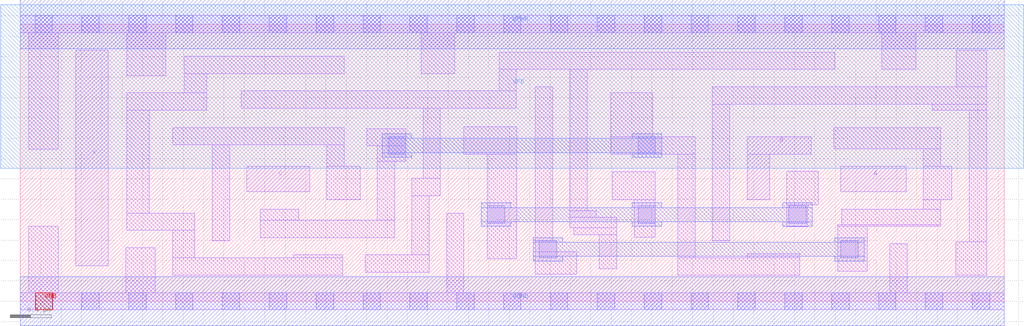
<source format=lef>
# Copyright 2020 The SkyWater PDK Authors
#
# Licensed under the Apache License, Version 2.0 (the "License");
# you may not use this file except in compliance with the License.
# You may obtain a copy of the License at
#
#     https://www.apache.org/licenses/LICENSE-2.0
#
# Unless required by applicable law or agreed to in writing, software
# distributed under the License is distributed on an "AS IS" BASIS,
# WITHOUT WARRANTIES OR CONDITIONS OF ANY KIND, either express or implied.
# See the License for the specific language governing permissions and
# limitations under the License.
#
# SPDX-License-Identifier: Apache-2.0

VERSION 5.7 ;
  NOWIREEXTENSIONATPIN ON ;
  DIVIDERCHAR "/" ;
  BUSBITCHARS "[]" ;
PROPERTYDEFINITIONS
  MACRO maskLayoutSubType STRING ;
  MACRO prCellType STRING ;
  MACRO originalViewName STRING ;
END PROPERTYDEFINITIONS
MACRO sky130_fd_sc_hdll__xnor3_2
  CLASS CORE ;
  FOREIGN sky130_fd_sc_hdll__xnor3_2 ;
  ORIGIN  0.000000  0.000000 ;
  SIZE  9.660000 BY  2.720000 ;
  SYMMETRY X Y R90 ;
  SITE unithd ;
  PIN A
    ANTENNAGATEAREA  0.276000 ;
    DIRECTION INPUT ;
    USE SIGNAL ;
    PORT
      LAYER li1 ;
        RECT 8.055000 1.075000 8.695000 1.325000 ;
    END
  END A
  PIN B
    ANTENNAGATEAREA  0.735900 ;
    DIRECTION INPUT ;
    USE SIGNAL ;
    PORT
      LAYER li1 ;
        RECT 7.135000 0.995000 7.355000 1.445000 ;
        RECT 7.135000 1.445000 7.765000 1.615000 ;
    END
  END B
  PIN C
    ANTENNAGATEAREA  0.425400 ;
    DIRECTION INPUT ;
    USE SIGNAL ;
    PORT
      LAYER li1 ;
        RECT 2.225000 1.075000 2.840000 1.325000 ;
    END
  END C
  PIN VGND
    ANTENNADIFFAREA  0.854300 ;
    DIRECTION INOUT ;
    USE SIGNAL ;
    PORT
      LAYER met1 ;
        RECT 0.000000 -0.240000 9.660000 0.240000 ;
    END
  END VGND
  PIN VPWR
    ANTENNADIFFAREA  1.220950 ;
    DIRECTION INOUT ;
    USE SIGNAL ;
    PORT
      LAYER met1 ;
        RECT 0.000000 2.480000 9.660000 2.960000 ;
    END
  END VPWR
  PIN X
    ANTENNADIFFAREA  0.550500 ;
    DIRECTION OUTPUT ;
    USE SIGNAL ;
    PORT
      LAYER li1 ;
        RECT 0.545000 0.350000 0.865000 2.465000 ;
    END
  END X
  PIN VNB
    DIRECTION INOUT ;
    USE GROUND ;
    PORT
      LAYER pwell ;
        RECT 0.150000 -0.085000 0.320000 0.085000 ;
    END
  END VNB
  PIN VPB
    DIRECTION INOUT ;
    USE POWER ;
    PORT
      LAYER nwell ;
        RECT -0.190000 1.305000 9.850000 2.910000 ;
    END
  END VPB
  OBS
    LAYER li1 ;
      RECT 0.000000 -0.085000 9.660000 0.085000 ;
      RECT 0.000000  2.635000 9.660000 2.805000 ;
      RECT 0.085000  0.085000 0.375000 0.735000 ;
      RECT 0.085000  1.490000 0.375000 2.635000 ;
      RECT 1.035000  0.085000 1.325000 0.525000 ;
      RECT 1.045000  0.695000 1.715000 0.865000 ;
      RECT 1.045000  0.865000 1.265000 1.875000 ;
      RECT 1.045000  1.875000 1.830000 2.045000 ;
      RECT 1.045000  2.215000 1.430000 2.635000 ;
      RECT 1.495000  0.255000 3.165000 0.425000 ;
      RECT 1.495000  0.425000 1.715000 0.695000 ;
      RECT 1.495000  1.535000 3.180000 1.705000 ;
      RECT 1.610000  2.045000 1.830000 2.235000 ;
      RECT 1.610000  2.235000 3.180000 2.405000 ;
      RECT 1.885000  0.595000 2.055000 1.535000 ;
      RECT 2.170000  1.895000 4.870000 2.065000 ;
      RECT 2.355000  0.625000 3.675000 0.795000 ;
      RECT 2.355000  0.795000 2.735000 0.905000 ;
      RECT 2.680000  0.425000 3.165000 0.455000 ;
      RECT 3.010000  0.995000 3.335000 1.325000 ;
      RECT 3.010000  1.325000 3.180000 1.535000 ;
      RECT 3.385000  0.285000 4.015000 0.455000 ;
      RECT 3.400000  1.525000 3.785000 1.695000 ;
      RECT 3.505000  0.795000 3.675000 1.375000 ;
      RECT 3.505000  1.375000 3.785000 1.525000 ;
      RECT 3.845000  0.455000 4.015000 1.035000 ;
      RECT 3.845000  1.035000 4.125000 1.205000 ;
      RECT 3.935000  2.235000 4.265000 2.635000 ;
      RECT 3.955000  1.205000 4.125000 1.895000 ;
      RECT 4.185000  0.085000 4.355000 0.865000 ;
      RECT 4.355000  1.445000 4.875000 1.715000 ;
      RECT 4.585000  0.415000 4.875000 1.445000 ;
      RECT 4.700000  2.065000 4.870000 2.275000 ;
      RECT 4.700000  2.275000 7.995000 2.445000 ;
      RECT 5.055000  0.265000 5.465000 0.485000 ;
      RECT 5.055000  0.485000 5.265000 0.595000 ;
      RECT 5.055000  0.595000 5.225000 2.105000 ;
      RECT 5.395000  0.720000 5.855000 0.825000 ;
      RECT 5.395000  0.825000 5.655000 0.890000 ;
      RECT 5.395000  0.890000 5.565000 2.275000 ;
      RECT 5.435000  0.655000 5.855000 0.720000 ;
      RECT 5.685000  0.320000 5.855000 0.655000 ;
      RECT 5.795000  1.445000 6.625000 1.615000 ;
      RECT 5.795000  1.615000 6.210000 2.045000 ;
      RECT 5.810000  0.995000 6.235000 1.270000 ;
      RECT 6.025000  0.630000 6.235000 0.995000 ;
      RECT 6.455000  0.255000 7.650000 0.425000 ;
      RECT 6.455000  0.425000 6.625000 1.445000 ;
      RECT 6.795000  0.595000 6.965000 1.935000 ;
      RECT 6.795000  1.935000 9.485000 2.105000 ;
      RECT 7.135000  0.425000 7.650000 0.465000 ;
      RECT 7.525000  0.730000 7.730000 0.945000 ;
      RECT 7.525000  0.945000 7.835000 1.275000 ;
      RECT 7.985000  1.495000 9.035000 1.705000 ;
      RECT 8.025000  0.295000 8.315000 0.735000 ;
      RECT 8.025000  0.735000 9.035000 0.750000 ;
      RECT 8.065000  0.750000 9.035000 0.905000 ;
      RECT 8.455000  2.275000 8.790000 2.635000 ;
      RECT 8.535000  0.085000 8.705000 0.565000 ;
      RECT 8.865000  0.905000 9.035000 0.995000 ;
      RECT 8.865000  0.995000 9.145000 1.325000 ;
      RECT 8.865000  1.325000 9.035000 1.495000 ;
      RECT 8.950000  1.875000 9.485000 1.935000 ;
      RECT 9.185000  0.255000 9.485000 0.585000 ;
      RECT 9.190000  2.105000 9.485000 2.465000 ;
      RECT 9.315000  0.585000 9.485000 1.875000 ;
    LAYER mcon ;
      RECT 0.145000 -0.085000 0.315000 0.085000 ;
      RECT 0.145000  2.635000 0.315000 2.805000 ;
      RECT 0.605000 -0.085000 0.775000 0.085000 ;
      RECT 0.605000  2.635000 0.775000 2.805000 ;
      RECT 1.065000 -0.085000 1.235000 0.085000 ;
      RECT 1.065000  2.635000 1.235000 2.805000 ;
      RECT 1.525000 -0.085000 1.695000 0.085000 ;
      RECT 1.525000  2.635000 1.695000 2.805000 ;
      RECT 1.985000 -0.085000 2.155000 0.085000 ;
      RECT 1.985000  2.635000 2.155000 2.805000 ;
      RECT 2.445000 -0.085000 2.615000 0.085000 ;
      RECT 2.445000  2.635000 2.615000 2.805000 ;
      RECT 2.905000 -0.085000 3.075000 0.085000 ;
      RECT 2.905000  2.635000 3.075000 2.805000 ;
      RECT 3.365000 -0.085000 3.535000 0.085000 ;
      RECT 3.365000  2.635000 3.535000 2.805000 ;
      RECT 3.615000  1.445000 3.785000 1.615000 ;
      RECT 3.825000 -0.085000 3.995000 0.085000 ;
      RECT 3.825000  2.635000 3.995000 2.805000 ;
      RECT 4.285000 -0.085000 4.455000 0.085000 ;
      RECT 4.285000  2.635000 4.455000 2.805000 ;
      RECT 4.585000  0.765000 4.755000 0.935000 ;
      RECT 4.745000 -0.085000 4.915000 0.085000 ;
      RECT 4.745000  2.635000 4.915000 2.805000 ;
      RECT 5.095000  0.425000 5.265000 0.595000 ;
      RECT 5.205000 -0.085000 5.375000 0.085000 ;
      RECT 5.205000  2.635000 5.375000 2.805000 ;
      RECT 5.665000 -0.085000 5.835000 0.085000 ;
      RECT 5.665000  2.635000 5.835000 2.805000 ;
      RECT 6.065000  0.765000 6.235000 0.935000 ;
      RECT 6.065000  1.445000 6.235000 1.615000 ;
      RECT 6.125000 -0.085000 6.295000 0.085000 ;
      RECT 6.125000  2.635000 6.295000 2.805000 ;
      RECT 6.585000 -0.085000 6.755000 0.085000 ;
      RECT 6.585000  2.635000 6.755000 2.805000 ;
      RECT 7.045000 -0.085000 7.215000 0.085000 ;
      RECT 7.045000  2.635000 7.215000 2.805000 ;
      RECT 7.505000 -0.085000 7.675000 0.085000 ;
      RECT 7.505000  2.635000 7.675000 2.805000 ;
      RECT 7.545000  0.765000 7.715000 0.935000 ;
      RECT 7.965000 -0.085000 8.135000 0.085000 ;
      RECT 7.965000  2.635000 8.135000 2.805000 ;
      RECT 8.055000  0.425000 8.225000 0.595000 ;
      RECT 8.425000 -0.085000 8.595000 0.085000 ;
      RECT 8.425000  2.635000 8.595000 2.805000 ;
      RECT 8.885000 -0.085000 9.055000 0.085000 ;
      RECT 8.885000  2.635000 9.055000 2.805000 ;
      RECT 9.345000 -0.085000 9.515000 0.085000 ;
      RECT 9.345000  2.635000 9.515000 2.805000 ;
    LAYER met1 ;
      RECT 3.555000 1.415000 3.845000 1.460000 ;
      RECT 3.555000 1.460000 6.295000 1.600000 ;
      RECT 3.555000 1.600000 3.845000 1.645000 ;
      RECT 4.525000 0.735000 4.815000 0.780000 ;
      RECT 4.525000 0.780000 7.775000 0.920000 ;
      RECT 4.525000 0.920000 4.815000 0.965000 ;
      RECT 5.035000 0.395000 5.325000 0.440000 ;
      RECT 5.035000 0.440000 8.285000 0.580000 ;
      RECT 5.035000 0.580000 5.325000 0.625000 ;
      RECT 6.005000 0.735000 6.295000 0.780000 ;
      RECT 6.005000 0.920000 6.295000 0.965000 ;
      RECT 6.005000 1.415000 6.295000 1.460000 ;
      RECT 6.005000 1.600000 6.295000 1.645000 ;
      RECT 7.485000 0.735000 7.775000 0.780000 ;
      RECT 7.485000 0.920000 7.775000 0.965000 ;
      RECT 7.995000 0.395000 8.285000 0.440000 ;
      RECT 7.995000 0.580000 8.285000 0.625000 ;
  END
  PROPERTY maskLayoutSubType "abstract" ;
  PROPERTY prCellType "standard" ;
  PROPERTY originalViewName "layout" ;
END sky130_fd_sc_hdll__xnor3_2
END LIBRARY

</source>
